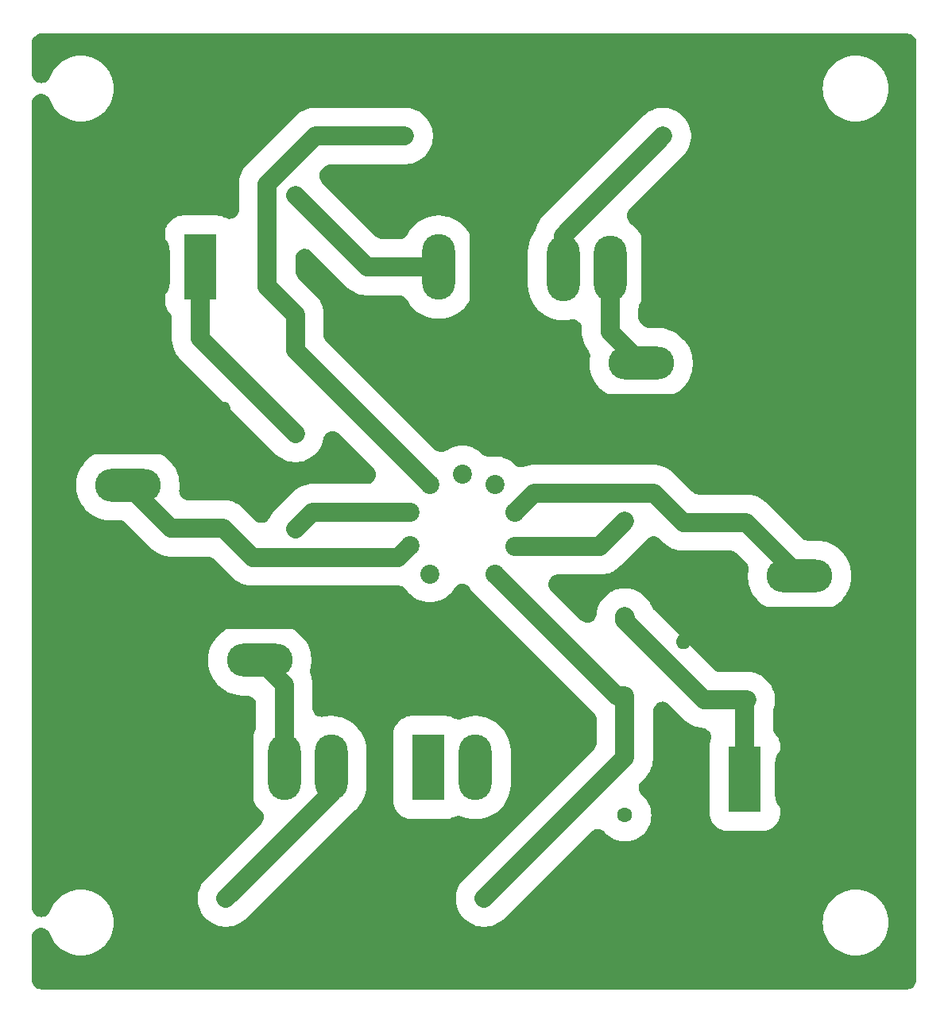
<source format=gbr>
%TF.GenerationSoftware,KiCad,Pcbnew,8.0.3*%
%TF.CreationDate,2024-06-11T18:53:39-07:00*%
%TF.ProjectId,multi-channel-preamp,6d756c74-692d-4636-9861-6e6e656c2d70,rev?*%
%TF.SameCoordinates,Original*%
%TF.FileFunction,Copper,L1,Top*%
%TF.FilePolarity,Positive*%
%FSLAX46Y46*%
G04 Gerber Fmt 4.6, Leading zero omitted, Abs format (unit mm)*
G04 Created by KiCad (PCBNEW 8.0.3) date 2024-06-11 18:53:39*
%MOMM*%
%LPD*%
G01*
G04 APERTURE LIST*
%TA.AperFunction,ComponentPad*%
%ADD10O,3.500000X7.000000*%
%TD*%
%TA.AperFunction,ComponentPad*%
%ADD11R,3.500000X7.000000*%
%TD*%
%TA.AperFunction,ComponentPad*%
%ADD12O,7.000000X3.500000*%
%TD*%
%TA.AperFunction,ComponentPad*%
%ADD13R,7.000000X3.500000*%
%TD*%
%TA.AperFunction,ComponentPad*%
%ADD14O,1.600000X1.600000*%
%TD*%
%TA.AperFunction,ComponentPad*%
%ADD15C,1.600000*%
%TD*%
%TA.AperFunction,ComponentPad*%
%ADD16C,2.030000*%
%TD*%
%TA.AperFunction,Conductor*%
%ADD17C,2.000000*%
%TD*%
%TA.AperFunction,Conductor*%
%ADD18C,0.200000*%
%TD*%
G04 APERTURE END LIST*
D10*
%TO.P,J11,2,Pin_2*%
%TO.N,Net-(J11-Pin_2)*%
X124590000Y-115570000D03*
D11*
%TO.P,J11,1,Pin_1*%
%TO.N,Net-(J11-Pin_1)*%
X119590000Y-115570000D03*
%TD*%
D12*
%TO.P,J10,2,Pin_2*%
%TO.N,Net-(J10-Pin_2)*%
X101600000Y-104140000D03*
D13*
%TO.P,J10,1,Pin_1*%
%TO.N,GND*%
X101600000Y-99140000D03*
%TD*%
D10*
%TO.P,J9,3,Pin_3*%
%TO.N,Net-(J9-Pin_3)*%
X109220000Y-115570000D03*
%TO.P,J9,2,Pin_2*%
%TO.N,Net-(J10-Pin_2)*%
X104220000Y-115570000D03*
D11*
%TO.P,J9,1,Pin_1*%
%TO.N,GND*%
X99220000Y-115570000D03*
%TD*%
D13*
%TO.P,J8,1,Pin_1*%
%TO.N,GND*%
X159116100Y-100120000D03*
D12*
%TO.P,J8,2,Pin_2*%
%TO.N,Net-(J8-Pin_2)*%
X159116100Y-95120000D03*
%TD*%
D11*
%TO.P,J6,1,Pin_1*%
%TO.N,Net-(J6-Pin_1)*%
X153295000Y-116840000D03*
D10*
%TO.P,J6,2,Pin_2*%
%TO.N,GND*%
X158295000Y-116840000D03*
%TD*%
D11*
%TO.P,J5,1,Pin_1*%
%TO.N,GND*%
X125650000Y-62230000D03*
D10*
%TO.P,J5,2,Pin_2*%
%TO.N,Net-(J5-Pin_2)*%
X120650000Y-62230000D03*
%TD*%
D13*
%TO.P,J4,1,Pin_1*%
%TO.N,GND*%
X142240000Y-77470000D03*
D12*
%TO.P,J4,2,Pin_2*%
%TO.N,Net-(J2-Pin_2)*%
X142240000Y-72470000D03*
%TD*%
D13*
%TO.P,J3,1,Pin_1*%
%TO.N,GND*%
X87553500Y-80474000D03*
D12*
%TO.P,J3,2,Pin_2*%
%TO.N,Net-(J3-Pin_2)*%
X87553500Y-85474000D03*
%TD*%
D11*
%TO.P,J2,1,Pin_1*%
%TO.N,GND*%
X143940000Y-62370600D03*
D10*
%TO.P,J2,2,Pin_2*%
%TO.N,Net-(J2-Pin_2)*%
X138940000Y-62370600D03*
%TO.P,J2,3,Pin_3*%
%TO.N,Net-(J2-Pin_3)*%
X133940000Y-62370600D03*
%TD*%
D11*
%TO.P,J1,1,Pin_1*%
%TO.N,Net-(J1-Pin_1)*%
X95250000Y-62230000D03*
D10*
%TO.P,J1,2,Pin_2*%
%TO.N,GND*%
X90250000Y-62230000D03*
%TD*%
D14*
%TO.P,C2,2*%
%TO.N,Net-(J9-Pin_3)*%
X98010000Y-129540000D03*
D15*
%TO.P,C2,1*%
%TO.N,Net-(U1B-A)*%
X125510000Y-129540000D03*
%TD*%
%TO.P,R5,1*%
%TO.N,GND*%
X163644600Y-108356400D03*
D14*
%TO.P,R5,2*%
%TO.N,Net-(J6-Pin_1)*%
X153484600Y-108356400D03*
%TD*%
D15*
%TO.P,R8,1*%
%TO.N,Net-(J5-Pin_2)*%
X140515000Y-120650000D03*
D14*
%TO.P,R8,2*%
%TO.N,Net-(U1B-A)*%
X140515000Y-107950000D03*
%TD*%
D15*
%TO.P,C1,1*%
%TO.N,Net-(U1A-A)*%
X117060000Y-48260000D03*
D14*
%TO.P,C1,2*%
%TO.N,Net-(J2-Pin_3)*%
X144560000Y-48260000D03*
%TD*%
D15*
%TO.P,R1,1*%
%TO.N,Net-(J1-Pin_1)*%
X105410000Y-80010000D03*
D14*
%TO.P,R1,2*%
%TO.N,Net-(U1A-G)*%
X105410000Y-90170000D03*
%TD*%
D15*
%TO.P,R4,1*%
%TO.N,Net-(J5-Pin_2)*%
X105410000Y-54610000D03*
D14*
%TO.P,R4,2*%
%TO.N,Net-(U1A-A)*%
X105410000Y-67310000D03*
%TD*%
D16*
%TO.P,U1,1,A*%
%TO.N,Net-(U1B-A)*%
X126640000Y-94920000D03*
%TO.P,U1,2,G*%
%TO.N,Net-(U1B-G)*%
X128790000Y-91990000D03*
%TO.P,U1,3,K*%
%TO.N,Net-(J8-Pin_2)*%
X128790000Y-88340000D03*
%TO.P,U1,4,F1*%
%TO.N,Net-(J11-Pin_2)*%
X126640000Y-85410000D03*
%TO.P,U1,5,F1*%
X123190000Y-84270000D03*
%TO.P,U1,6,A*%
%TO.N,Net-(U1A-A)*%
X119730000Y-85410000D03*
%TO.P,U1,7,G*%
%TO.N,Net-(U1A-G)*%
X117580000Y-88340000D03*
%TO.P,U1,8,K*%
%TO.N,Net-(J3-Pin_2)*%
X117580000Y-91950000D03*
%TO.P,U1,9,F2*%
%TO.N,Net-(J11-Pin_1)*%
X119730000Y-94920000D03*
%TD*%
D15*
%TO.P,R3,1*%
%TO.N,Net-(J3-Pin_2)*%
X97739200Y-90068400D03*
D14*
%TO.P,R3,2*%
%TO.N,GND*%
X97739200Y-77368400D03*
%TD*%
D15*
%TO.P,R7,1*%
%TO.N,Net-(J8-Pin_2)*%
X146746000Y-89458800D03*
D14*
%TO.P,R7,2*%
%TO.N,GND*%
X146746000Y-102158800D03*
%TD*%
D15*
%TO.P,R2,1*%
%TO.N,GND*%
X87630000Y-72390000D03*
D14*
%TO.P,R2,2*%
%TO.N,Net-(J1-Pin_1)*%
X97790000Y-72390000D03*
%TD*%
D15*
%TO.P,R6,1*%
%TO.N,Net-(J6-Pin_1)*%
X140497600Y-99466400D03*
D14*
%TO.P,R6,2*%
%TO.N,Net-(U1B-G)*%
X140497600Y-89306400D03*
%TD*%
D17*
%TO.N,Net-(J2-Pin_2)*%
X138940000Y-62370600D02*
X138940000Y-69170000D01*
X138940000Y-69170000D02*
X142240000Y-72470000D01*
%TO.N,Net-(J2-Pin_3)*%
X144560000Y-48260000D02*
X133940000Y-58880000D01*
X133940000Y-58880000D02*
X133940000Y-62370600D01*
%TO.N,Net-(U1A-A)*%
X105410000Y-67310000D02*
X102410000Y-64310000D01*
X107517360Y-48260000D02*
X117060000Y-48260000D01*
X102410000Y-64310000D02*
X102410000Y-53367360D01*
X102410000Y-53367360D02*
X107517360Y-48260000D01*
%TO.N,Net-(J10-Pin_2)*%
X104220000Y-115570000D02*
X104220000Y-106760000D01*
X104220000Y-106760000D02*
X101600000Y-104140000D01*
%TO.N,Net-(J9-Pin_3)*%
X98010000Y-129540000D02*
X109220000Y-118330000D01*
X109220000Y-118330000D02*
X109220000Y-115570000D01*
%TO.N,Net-(U1B-A)*%
X140515000Y-107950000D02*
X140515000Y-114535000D01*
X140515000Y-114535000D02*
X125510000Y-129540000D01*
X140515000Y-107950000D02*
X139670000Y-107950000D01*
X139670000Y-107950000D02*
X126640000Y-94920000D01*
%TO.N,Net-(J6-Pin_1)*%
X153484600Y-108356400D02*
X148983802Y-108356400D01*
X148983802Y-108356400D02*
X140497600Y-99870198D01*
X140497600Y-99870198D02*
X140497600Y-99466400D01*
X153295000Y-116840000D02*
X153295000Y-108546000D01*
X153295000Y-108546000D02*
X153484600Y-108356400D01*
%TO.N,Net-(J8-Pin_2)*%
X146746000Y-89458800D02*
X153454900Y-89458800D01*
X153454900Y-89458800D02*
X159116100Y-95120000D01*
X146746000Y-89458800D02*
X143593600Y-86306400D01*
X143593600Y-86306400D02*
X130823600Y-86306400D01*
X130823600Y-86306400D02*
X128790000Y-88340000D01*
%TO.N,Net-(U1B-G)*%
X140497600Y-89306400D02*
X137814000Y-91990000D01*
X137814000Y-91990000D02*
X128790000Y-91990000D01*
%TO.N,Net-(J5-Pin_2)*%
X120650000Y-62230000D02*
X113030000Y-62230000D01*
X113030000Y-62230000D02*
X105410000Y-54610000D01*
%TO.N,Net-(J1-Pin_1)*%
X97790000Y-72390000D02*
X105410000Y-80010000D01*
X95250000Y-62230000D02*
X95250000Y-69850000D01*
X95250000Y-69850000D02*
X97790000Y-72390000D01*
%TO.N,Net-(J3-Pin_2)*%
X97739200Y-90068400D02*
X92147900Y-90068400D01*
X92147900Y-90068400D02*
X87553500Y-85474000D01*
X97739200Y-90068400D02*
X100840800Y-93170000D01*
X100840800Y-93170000D02*
X116360000Y-93170000D01*
X116360000Y-93170000D02*
X117580000Y-91950000D01*
%TO.N,Net-(U1A-G)*%
X105410000Y-90170000D02*
X107240000Y-88340000D01*
X107240000Y-88340000D02*
X117580000Y-88340000D01*
%TO.N,Net-(U1A-A)*%
X105410000Y-67310000D02*
X105410000Y-71090000D01*
X105410000Y-71090000D02*
X119730000Y-85410000D01*
D18*
%TO.N,Net-(J3-Pin_2)*%
X116820000Y-92710000D02*
X117580000Y-91950000D01*
D17*
%TO.N,Net-(J6-Pin_1)*%
X140548400Y-99517200D02*
X140497600Y-99466400D01*
%TD*%
%TA.AperFunction,Conductor*%
%TO.N,GND*%
G36*
X170786597Y-37350950D02*
G01*
X170979461Y-37411461D01*
X171156197Y-37509557D01*
X171309568Y-37641222D01*
X171433296Y-37801065D01*
X171522314Y-37982542D01*
X171572980Y-38178224D01*
X171584500Y-38329500D01*
X171584500Y-138200500D01*
X171564050Y-138401597D01*
X171503539Y-138594461D01*
X171405443Y-138771197D01*
X171273778Y-138924568D01*
X171113935Y-139048296D01*
X170932458Y-139137314D01*
X170736776Y-139187980D01*
X170585500Y-139199500D01*
X78334500Y-139199500D01*
X78133403Y-139179050D01*
X77940539Y-139118539D01*
X77763803Y-139020443D01*
X77610432Y-138888778D01*
X77486704Y-138728935D01*
X77397686Y-138547458D01*
X77347020Y-138351776D01*
X77335500Y-138200500D01*
X77335500Y-133653779D01*
X77355950Y-133452682D01*
X77416461Y-133259818D01*
X77514557Y-133083082D01*
X77646222Y-132929711D01*
X77806065Y-132805983D01*
X77987542Y-132716965D01*
X78183224Y-132666299D01*
X78385099Y-132656061D01*
X78584902Y-132686670D01*
X78774454Y-132756872D01*
X78945994Y-132863794D01*
X79092499Y-133003058D01*
X79207972Y-133168962D01*
X79267146Y-133295769D01*
X79347745Y-133505736D01*
X79405512Y-133619111D01*
X79514313Y-133832644D01*
X79514320Y-133832656D01*
X79714145Y-134140361D01*
X79714149Y-134140366D01*
X79945044Y-134425498D01*
X79945046Y-134425500D01*
X79945051Y-134425506D01*
X80204494Y-134684949D01*
X80204499Y-134684953D01*
X80204501Y-134684955D01*
X80489633Y-134915850D01*
X80489638Y-134915854D01*
X80797343Y-135115679D01*
X80797355Y-135115686D01*
X81124262Y-135282254D01*
X81124264Y-135282255D01*
X81466801Y-135413742D01*
X81821206Y-135508705D01*
X82183596Y-135566102D01*
X82550000Y-135585304D01*
X82916404Y-135566102D01*
X83278794Y-135508705D01*
X83633199Y-135413742D01*
X83975736Y-135282255D01*
X84302652Y-135115682D01*
X84610366Y-134915851D01*
X84895506Y-134684949D01*
X85154949Y-134425506D01*
X85385851Y-134140366D01*
X85585682Y-133832652D01*
X85752255Y-133505736D01*
X85883742Y-133163199D01*
X85978705Y-132808794D01*
X86036102Y-132446404D01*
X86055304Y-132080000D01*
X86036102Y-131713596D01*
X85978705Y-131351206D01*
X85883742Y-130996801D01*
X85752255Y-130654264D01*
X85730125Y-130610831D01*
X85585686Y-130327355D01*
X85585679Y-130327343D01*
X85385854Y-130019638D01*
X85385850Y-130019633D01*
X85154955Y-129734501D01*
X85154953Y-129734499D01*
X85154949Y-129734494D01*
X84895506Y-129475051D01*
X84895500Y-129475046D01*
X84895498Y-129475044D01*
X84767630Y-129371499D01*
X95009500Y-129371499D01*
X95009500Y-129708500D01*
X95009501Y-129708519D01*
X95047233Y-130043395D01*
X95047233Y-130043396D01*
X95122221Y-130371944D01*
X95122226Y-130371962D01*
X95233529Y-130690046D01*
X95379754Y-130993687D01*
X95511282Y-131203011D01*
X95559054Y-131279039D01*
X95769176Y-131542524D01*
X96007476Y-131780824D01*
X96270961Y-131990946D01*
X96556314Y-132170246D01*
X96859949Y-132316469D01*
X97178046Y-132427776D01*
X97506606Y-132502767D01*
X97841495Y-132540500D01*
X97841499Y-132540500D01*
X98178501Y-132540500D01*
X98178505Y-132540500D01*
X98513394Y-132502767D01*
X98841954Y-132427776D01*
X99160051Y-132316469D01*
X99463686Y-132170246D01*
X99749039Y-131990946D01*
X100012524Y-131780824D01*
X111424517Y-120368829D01*
X111497136Y-120303012D01*
X111741719Y-120102289D01*
X112002289Y-119841719D01*
X112236063Y-119556865D01*
X112440791Y-119250468D01*
X112614501Y-118925479D01*
X112755520Y-118585029D01*
X112862490Y-118232396D01*
X112934381Y-117870976D01*
X112970500Y-117504250D01*
X112970500Y-113635750D01*
X112934381Y-113269024D01*
X112862490Y-112907604D01*
X112755520Y-112554971D01*
X112614501Y-112214521D01*
X112614498Y-112214516D01*
X112614495Y-112214508D01*
X112499064Y-111998552D01*
X115839500Y-111998552D01*
X115839500Y-119141448D01*
X115854804Y-119355428D01*
X115854804Y-119355432D01*
X115854805Y-119355433D01*
X115915628Y-119635038D01*
X115915631Y-119635047D01*
X116015629Y-119903154D01*
X116015631Y-119903158D01*
X116015633Y-119903161D01*
X116152774Y-120154315D01*
X116324261Y-120383395D01*
X116526605Y-120585739D01*
X116755685Y-120757226D01*
X117006839Y-120894367D01*
X117006841Y-120894368D01*
X117006845Y-120894370D01*
X117189483Y-120962490D01*
X117274954Y-120994369D01*
X117274956Y-120994369D01*
X117274961Y-120994371D01*
X117388815Y-121019137D01*
X117554572Y-121055196D01*
X117768552Y-121070500D01*
X117768565Y-121070500D01*
X121411435Y-121070500D01*
X121411448Y-121070500D01*
X121625428Y-121055196D01*
X121843080Y-121007848D01*
X121905038Y-120994371D01*
X121905040Y-120994370D01*
X121905046Y-120994369D01*
X122144551Y-120905038D01*
X122173151Y-120894371D01*
X122173152Y-120894370D01*
X122173161Y-120894367D01*
X122290970Y-120830037D01*
X122477255Y-120751615D01*
X122675528Y-120712294D01*
X122877657Y-120713689D01*
X123075368Y-120755744D01*
X123152028Y-120783884D01*
X123239687Y-120820194D01*
X123324958Y-120855515D01*
X123324962Y-120855516D01*
X123324971Y-120855520D01*
X123677604Y-120962490D01*
X123677620Y-120962493D01*
X123677623Y-120962494D01*
X124039018Y-121034380D01*
X124039019Y-121034380D01*
X124039024Y-121034381D01*
X124405750Y-121070500D01*
X124405756Y-121070500D01*
X124774244Y-121070500D01*
X124774250Y-121070500D01*
X125140976Y-121034381D01*
X125502396Y-120962490D01*
X125855029Y-120855520D01*
X126195479Y-120714501D01*
X126195487Y-120714496D01*
X126195491Y-120714495D01*
X126520466Y-120540792D01*
X126520465Y-120540792D01*
X126520468Y-120540791D01*
X126826865Y-120336063D01*
X127111719Y-120102289D01*
X127372289Y-119841719D01*
X127606063Y-119556865D01*
X127810791Y-119250468D01*
X127984501Y-118925479D01*
X128125520Y-118585029D01*
X128232490Y-118232396D01*
X128304381Y-117870976D01*
X128340500Y-117504250D01*
X128340500Y-113635750D01*
X128304381Y-113269024D01*
X128232490Y-112907604D01*
X128125520Y-112554971D01*
X127984501Y-112214521D01*
X127984498Y-112214516D01*
X127984495Y-112214508D01*
X127810792Y-111889533D01*
X127651639Y-111651345D01*
X127606063Y-111583135D01*
X127421249Y-111357939D01*
X127372291Y-111298283D01*
X127111716Y-111037708D01*
X126831019Y-110807346D01*
X126826865Y-110803937D01*
X126520468Y-110599209D01*
X126520467Y-110599208D01*
X126520465Y-110599207D01*
X126520466Y-110599207D01*
X126195491Y-110425504D01*
X126195479Y-110425499D01*
X125855030Y-110284480D01*
X125668424Y-110227874D01*
X125502396Y-110177510D01*
X125502389Y-110177508D01*
X125502376Y-110177505D01*
X125140981Y-110105619D01*
X124974282Y-110089201D01*
X124774250Y-110069500D01*
X124405750Y-110069500D01*
X124222387Y-110087559D01*
X124039018Y-110105619D01*
X123677623Y-110177505D01*
X123677607Y-110177509D01*
X123677604Y-110177510D01*
X123677595Y-110177512D01*
X123677594Y-110177513D01*
X123324970Y-110284480D01*
X123324962Y-110284483D01*
X123152033Y-110356113D01*
X122958418Y-110414176D01*
X122757078Y-110432077D01*
X122556256Y-110409081D01*
X122364174Y-110346132D01*
X122290961Y-110309957D01*
X122173158Y-110245631D01*
X122173154Y-110245629D01*
X121905047Y-110145631D01*
X121905038Y-110145628D01*
X121625433Y-110084805D01*
X121625432Y-110084804D01*
X121625428Y-110084804D01*
X121432886Y-110071033D01*
X121411449Y-110069500D01*
X121411448Y-110069500D01*
X117768552Y-110069500D01*
X117768550Y-110069500D01*
X117725675Y-110072566D01*
X117554572Y-110084804D01*
X117554568Y-110084804D01*
X117554566Y-110084805D01*
X117274961Y-110145628D01*
X117274952Y-110145631D01*
X117006845Y-110245629D01*
X117006841Y-110245631D01*
X116755688Y-110382772D01*
X116755682Y-110382776D01*
X116526608Y-110554258D01*
X116324258Y-110756608D01*
X116152776Y-110985682D01*
X116152772Y-110985688D01*
X116015631Y-111236841D01*
X116015629Y-111236845D01*
X115915631Y-111504952D01*
X115915628Y-111504961D01*
X115862808Y-111747778D01*
X115854804Y-111784572D01*
X115839500Y-111998552D01*
X112499064Y-111998552D01*
X112440792Y-111889533D01*
X112281639Y-111651345D01*
X112236063Y-111583135D01*
X112051249Y-111357939D01*
X112002291Y-111298283D01*
X111741716Y-111037708D01*
X111461019Y-110807346D01*
X111456865Y-110803937D01*
X111150468Y-110599209D01*
X111150467Y-110599208D01*
X111150465Y-110599207D01*
X111150466Y-110599207D01*
X110825491Y-110425504D01*
X110825479Y-110425499D01*
X110485030Y-110284480D01*
X110298424Y-110227874D01*
X110132396Y-110177510D01*
X110132389Y-110177508D01*
X110132376Y-110177505D01*
X109770981Y-110105619D01*
X109604282Y-110089201D01*
X109404250Y-110069500D01*
X109035750Y-110069500D01*
X108669024Y-110105619D01*
X108414394Y-110156268D01*
X108213171Y-110175443D01*
X108012208Y-110153720D01*
X107819731Y-110091988D01*
X107643620Y-109992774D01*
X107491086Y-109860140D01*
X107368374Y-109699517D01*
X107280506Y-109517479D01*
X107231082Y-109321481D01*
X107220500Y-109176463D01*
X107220500Y-106591501D01*
X107220500Y-106591496D01*
X107215090Y-106543484D01*
X107215090Y-106543479D01*
X107182766Y-106256599D01*
X107155043Y-106135138D01*
X107155042Y-106135133D01*
X107107776Y-105928046D01*
X107011462Y-105652796D01*
X106964345Y-105456230D01*
X106957762Y-105254203D01*
X106988266Y-105076612D01*
X106986532Y-105076178D01*
X106992487Y-105052405D01*
X106992490Y-105052396D01*
X107064381Y-104690976D01*
X107100500Y-104324250D01*
X107100500Y-103955750D01*
X107064381Y-103589024D01*
X106992490Y-103227604D01*
X106885520Y-102874971D01*
X106744501Y-102534521D01*
X106744498Y-102534516D01*
X106744495Y-102534508D01*
X106570792Y-102209533D01*
X106502858Y-102107864D01*
X106366063Y-101903135D01*
X106132289Y-101618281D01*
X105871719Y-101357711D01*
X105871716Y-101357708D01*
X105586872Y-101123943D01*
X105586865Y-101123937D01*
X105280468Y-100919209D01*
X105280467Y-100919208D01*
X105280465Y-100919207D01*
X105280466Y-100919207D01*
X104955491Y-100745504D01*
X104955479Y-100745499D01*
X104615030Y-100604480D01*
X104428424Y-100547874D01*
X104262396Y-100497510D01*
X104262389Y-100497508D01*
X104262376Y-100497505D01*
X103900981Y-100425619D01*
X103734282Y-100409201D01*
X103534250Y-100389500D01*
X99665750Y-100389500D01*
X99482387Y-100407559D01*
X99299018Y-100425619D01*
X98937623Y-100497505D01*
X98937607Y-100497509D01*
X98937604Y-100497510D01*
X98937595Y-100497512D01*
X98937594Y-100497513D01*
X98584970Y-100604480D01*
X98584969Y-100604480D01*
X98244520Y-100745499D01*
X98244508Y-100745504D01*
X97919533Y-100919207D01*
X97613136Y-101123936D01*
X97613127Y-101123943D01*
X97328283Y-101357708D01*
X97067708Y-101618283D01*
X96833943Y-101903127D01*
X96833936Y-101903136D01*
X96629207Y-102209533D01*
X96455504Y-102534508D01*
X96455499Y-102534520D01*
X96314480Y-102874969D01*
X96314480Y-102874970D01*
X96207513Y-103227594D01*
X96207505Y-103227623D01*
X96135619Y-103589018D01*
X96117559Y-103772387D01*
X96099500Y-103955750D01*
X96099500Y-104324250D01*
X96120569Y-104538173D01*
X96135619Y-104690981D01*
X96207505Y-105052376D01*
X96207508Y-105052389D01*
X96207510Y-105052396D01*
X96299577Y-105355900D01*
X96314480Y-105405029D01*
X96314480Y-105405030D01*
X96455499Y-105745479D01*
X96455504Y-105745491D01*
X96629207Y-106070466D01*
X96672420Y-106135138D01*
X96833937Y-106376865D01*
X96833943Y-106376872D01*
X97067708Y-106661716D01*
X97067711Y-106661719D01*
X97328281Y-106922289D01*
X97613135Y-107156063D01*
X97919532Y-107360791D01*
X97919534Y-107360792D01*
X97919533Y-107360792D01*
X98244508Y-107534495D01*
X98244516Y-107534498D01*
X98244521Y-107534501D01*
X98584971Y-107675520D01*
X98937604Y-107782490D01*
X98937620Y-107782493D01*
X98937623Y-107782494D01*
X99299018Y-107854380D01*
X99299019Y-107854380D01*
X99299024Y-107854381D01*
X99665750Y-107890500D01*
X100220500Y-107890500D01*
X100421597Y-107910950D01*
X100614461Y-107971461D01*
X100791197Y-108069557D01*
X100944568Y-108201222D01*
X101068296Y-108361065D01*
X101157314Y-108542542D01*
X101207980Y-108738224D01*
X101219500Y-108889500D01*
X101219500Y-111256799D01*
X101199050Y-111457896D01*
X101138539Y-111650760D01*
X101051139Y-111811812D01*
X100999211Y-111889527D01*
X100999207Y-111889533D01*
X100825504Y-112214508D01*
X100825499Y-112214520D01*
X100684480Y-112554969D01*
X100684480Y-112554970D01*
X100577513Y-112907594D01*
X100577505Y-112907623D01*
X100505619Y-113269018D01*
X100503341Y-113292152D01*
X100469500Y-113635750D01*
X100469500Y-117504250D01*
X100490569Y-117718173D01*
X100505619Y-117870981D01*
X100577505Y-118232376D01*
X100577508Y-118232389D01*
X100577510Y-118232396D01*
X100577513Y-118232405D01*
X100684480Y-118585029D01*
X100684480Y-118585030D01*
X100825499Y-118925479D01*
X100825504Y-118925491D01*
X100999207Y-119250466D01*
X101069341Y-119355428D01*
X101203937Y-119556865D01*
X101203943Y-119556872D01*
X101437708Y-119841716D01*
X101698279Y-120102287D01*
X101710846Y-120113677D01*
X101846116Y-120263878D01*
X101948383Y-120438233D01*
X102013459Y-120629606D01*
X102038679Y-120830160D01*
X102023012Y-121031687D01*
X101967099Y-121225934D01*
X101873228Y-121404949D01*
X101746361Y-121560290D01*
X95769172Y-127537480D01*
X95559058Y-127800955D01*
X95559052Y-127800963D01*
X95379754Y-128086312D01*
X95233529Y-128389953D01*
X95122226Y-128708037D01*
X95122221Y-128708055D01*
X95047233Y-129036603D01*
X95047233Y-129036604D01*
X95009501Y-129371480D01*
X95009500Y-129371499D01*
X84767630Y-129371499D01*
X84610366Y-129244149D01*
X84610361Y-129244145D01*
X84302656Y-129044320D01*
X84302644Y-129044313D01*
X83975737Y-128877745D01*
X83633205Y-128746260D01*
X83633202Y-128746259D01*
X83633199Y-128746258D01*
X83278794Y-128651295D01*
X82916404Y-128593898D01*
X82916398Y-128593897D01*
X82550000Y-128574696D01*
X82183601Y-128593897D01*
X82080716Y-128610192D01*
X81821206Y-128651295D01*
X81609376Y-128708055D01*
X81466794Y-128746260D01*
X81124262Y-128877745D01*
X80797355Y-129044313D01*
X80797343Y-129044320D01*
X80489638Y-129244145D01*
X80489633Y-129244149D01*
X80204501Y-129475044D01*
X79945044Y-129734501D01*
X79714149Y-130019633D01*
X79714145Y-130019638D01*
X79514320Y-130327343D01*
X79514313Y-130327355D01*
X79347745Y-130654263D01*
X79347741Y-130654270D01*
X79267146Y-130864230D01*
X79175988Y-131044642D01*
X79050379Y-131203011D01*
X78895462Y-131332853D01*
X78717579Y-131428853D01*
X78524013Y-131487080D01*
X78322688Y-131505150D01*
X78121847Y-131482324D01*
X77929711Y-131419537D01*
X77754148Y-131319358D01*
X77602344Y-131185889D01*
X77480515Y-131024594D01*
X77393649Y-130842077D01*
X77345300Y-130645810D01*
X77335500Y-130506220D01*
X77335500Y-85289750D01*
X82053000Y-85289750D01*
X82053000Y-85658250D01*
X82058073Y-85709754D01*
X82089119Y-86024981D01*
X82161005Y-86386376D01*
X82161008Y-86386389D01*
X82161010Y-86386396D01*
X82217015Y-86571021D01*
X82267980Y-86739029D01*
X82267980Y-86739030D01*
X82408999Y-87079479D01*
X82409004Y-87079491D01*
X82582707Y-87404466D01*
X82677037Y-87545640D01*
X82787437Y-87710865D01*
X82787443Y-87710872D01*
X83021208Y-87995716D01*
X83281783Y-88256291D01*
X83383783Y-88340000D01*
X83566635Y-88490063D01*
X83873032Y-88694791D01*
X83873034Y-88694792D01*
X83873033Y-88694792D01*
X84198008Y-88868495D01*
X84198016Y-88868498D01*
X84198021Y-88868501D01*
X84538471Y-89009520D01*
X84891104Y-89116490D01*
X84891120Y-89116493D01*
X84891123Y-89116494D01*
X85252518Y-89188380D01*
X85252519Y-89188380D01*
X85252524Y-89188381D01*
X85619250Y-89224500D01*
X86646852Y-89224500D01*
X86847949Y-89244950D01*
X87040813Y-89305461D01*
X87217549Y-89403557D01*
X87353252Y-89517100D01*
X89887519Y-92051366D01*
X89887528Y-92051376D01*
X89907075Y-92070923D01*
X90145377Y-92309225D01*
X90408861Y-92519346D01*
X90694214Y-92698646D01*
X90997849Y-92844869D01*
X91315946Y-92956176D01*
X91514508Y-93001496D01*
X91644506Y-93031167D01*
X91979395Y-93068900D01*
X91979396Y-93068900D01*
X96082552Y-93068900D01*
X96283649Y-93089350D01*
X96476513Y-93149861D01*
X96653249Y-93247957D01*
X96788951Y-93361500D01*
X98580418Y-95152966D01*
X98580427Y-95152976D01*
X98580428Y-95152976D01*
X98599975Y-95172523D01*
X98838277Y-95410825D01*
X99101761Y-95620946D01*
X99101763Y-95620947D01*
X99328916Y-95763678D01*
X99387114Y-95800246D01*
X99690749Y-95946469D01*
X100008846Y-96057776D01*
X100337406Y-96132767D01*
X100672295Y-96170500D01*
X100672296Y-96170500D01*
X100672299Y-96170500D01*
X116403727Y-96170500D01*
X116604824Y-96190950D01*
X116797688Y-96251461D01*
X116974424Y-96349557D01*
X117127795Y-96481222D01*
X117218468Y-96591402D01*
X117368673Y-96803096D01*
X117368676Y-96803100D01*
X117368678Y-96803102D01*
X117558447Y-97015454D01*
X117594360Y-97055640D01*
X117594369Y-97055648D01*
X117594373Y-97055652D01*
X117846898Y-97281322D01*
X117846899Y-97281323D01*
X117846901Y-97281324D01*
X117846904Y-97281327D01*
X118123130Y-97477320D01*
X118419562Y-97641152D01*
X118732472Y-97770764D01*
X118732474Y-97770765D01*
X119057931Y-97864527D01*
X119391839Y-97921260D01*
X119532739Y-97929172D01*
X119729993Y-97940251D01*
X119730000Y-97940251D01*
X119730007Y-97940251D01*
X119912086Y-97930025D01*
X120068161Y-97921260D01*
X120402069Y-97864527D01*
X120727526Y-97770765D01*
X121040438Y-97641152D01*
X121336870Y-97477320D01*
X121613096Y-97281327D01*
X121865640Y-97055640D01*
X122091327Y-96803096D01*
X122287320Y-96526870D01*
X122310651Y-96484655D01*
X122425822Y-96318543D01*
X122572075Y-96179014D01*
X122743421Y-96071782D01*
X122932845Y-96001236D01*
X123132592Y-95970265D01*
X123334486Y-95980136D01*
X123530259Y-96030447D01*
X123711897Y-96119137D01*
X123871964Y-96242574D01*
X124003906Y-96395706D01*
X124059347Y-96484653D01*
X124082680Y-96526870D01*
X124223601Y-96725479D01*
X124278676Y-96803100D01*
X124278677Y-96803101D01*
X124468447Y-97015454D01*
X124504360Y-97055640D01*
X124504369Y-97055648D01*
X124504373Y-97055652D01*
X124746105Y-97271677D01*
X124786825Y-97310173D01*
X131065676Y-103589024D01*
X137221900Y-109745247D01*
X137349637Y-109901905D01*
X137443224Y-110081068D01*
X137498831Y-110275404D01*
X137514500Y-110451647D01*
X137514500Y-112878352D01*
X137494050Y-113079449D01*
X137433539Y-113272313D01*
X137335443Y-113449049D01*
X137221900Y-113584752D01*
X123269172Y-127537480D01*
X123059058Y-127800955D01*
X123059052Y-127800963D01*
X122879754Y-128086312D01*
X122733529Y-128389953D01*
X122622226Y-128708037D01*
X122622221Y-128708055D01*
X122547233Y-129036603D01*
X122547233Y-129036604D01*
X122509501Y-129371480D01*
X122509500Y-129371499D01*
X122509500Y-129708500D01*
X122509501Y-129708519D01*
X122547233Y-130043395D01*
X122547233Y-130043396D01*
X122622221Y-130371944D01*
X122622226Y-130371962D01*
X122733529Y-130690046D01*
X122879754Y-130993687D01*
X123011282Y-131203011D01*
X123059054Y-131279039D01*
X123269176Y-131542524D01*
X123507476Y-131780824D01*
X123770961Y-131990946D01*
X124056314Y-132170246D01*
X124359949Y-132316469D01*
X124678046Y-132427776D01*
X125006606Y-132502767D01*
X125341495Y-132540500D01*
X125341499Y-132540500D01*
X125678501Y-132540500D01*
X125678505Y-132540500D01*
X126013394Y-132502767D01*
X126341954Y-132427776D01*
X126660051Y-132316469D01*
X126963686Y-132170246D01*
X127107311Y-132080000D01*
X161594696Y-132080000D01*
X161613897Y-132446398D01*
X161613898Y-132446404D01*
X161671295Y-132808794D01*
X161744791Y-133083082D01*
X161766260Y-133163205D01*
X161897745Y-133505737D01*
X162064313Y-133832644D01*
X162064320Y-133832656D01*
X162264145Y-134140361D01*
X162264149Y-134140366D01*
X162495044Y-134425498D01*
X162495046Y-134425500D01*
X162495051Y-134425506D01*
X162754494Y-134684949D01*
X162754499Y-134684953D01*
X162754501Y-134684955D01*
X163039633Y-134915850D01*
X163039638Y-134915854D01*
X163347343Y-135115679D01*
X163347355Y-135115686D01*
X163674262Y-135282254D01*
X163674264Y-135282255D01*
X164016801Y-135413742D01*
X164371206Y-135508705D01*
X164733596Y-135566102D01*
X165100000Y-135585304D01*
X165466404Y-135566102D01*
X165828794Y-135508705D01*
X166183199Y-135413742D01*
X166525736Y-135282255D01*
X166852652Y-135115682D01*
X167160366Y-134915851D01*
X167445506Y-134684949D01*
X167704949Y-134425506D01*
X167935851Y-134140366D01*
X168135682Y-133832652D01*
X168302255Y-133505736D01*
X168433742Y-133163199D01*
X168528705Y-132808794D01*
X168586102Y-132446404D01*
X168605304Y-132080000D01*
X168586102Y-131713596D01*
X168528705Y-131351206D01*
X168433742Y-130996801D01*
X168302255Y-130654264D01*
X168280125Y-130610831D01*
X168135686Y-130327355D01*
X168135679Y-130327343D01*
X167935854Y-130019638D01*
X167935850Y-130019633D01*
X167704955Y-129734501D01*
X167704953Y-129734499D01*
X167704949Y-129734494D01*
X167445506Y-129475051D01*
X167445500Y-129475046D01*
X167445498Y-129475044D01*
X167160366Y-129244149D01*
X167160361Y-129244145D01*
X166852656Y-129044320D01*
X166852644Y-129044313D01*
X166525737Y-128877745D01*
X166183205Y-128746260D01*
X166183202Y-128746259D01*
X166183199Y-128746258D01*
X165828794Y-128651295D01*
X165466404Y-128593898D01*
X165466398Y-128593897D01*
X165100000Y-128574696D01*
X164733601Y-128593897D01*
X164630716Y-128610192D01*
X164371206Y-128651295D01*
X164159376Y-128708055D01*
X164016794Y-128746260D01*
X163674262Y-128877745D01*
X163347355Y-129044313D01*
X163347343Y-129044320D01*
X163039638Y-129244145D01*
X163039633Y-129244149D01*
X162754501Y-129475044D01*
X162495044Y-129734501D01*
X162264149Y-130019633D01*
X162264145Y-130019638D01*
X162064320Y-130327343D01*
X162064313Y-130327355D01*
X161897745Y-130654262D01*
X161766260Y-130996794D01*
X161766258Y-130996799D01*
X161766258Y-130996801D01*
X161671295Y-131351206D01*
X161658997Y-131428853D01*
X161613897Y-131713601D01*
X161594696Y-132080000D01*
X127107311Y-132080000D01*
X127249039Y-131990946D01*
X127512524Y-131780824D01*
X136898967Y-122394379D01*
X137055620Y-122266647D01*
X137234783Y-122173060D01*
X137429119Y-122117453D01*
X137630669Y-122102105D01*
X137831184Y-122127642D01*
X138022453Y-122193020D01*
X138196647Y-122295562D01*
X138346634Y-122431070D01*
X138363825Y-122450812D01*
X138589917Y-122690457D01*
X138589923Y-122690463D01*
X138741964Y-122818040D01*
X138839823Y-122900153D01*
X139112377Y-123079414D01*
X139403899Y-123225822D01*
X139710446Y-123337396D01*
X140027874Y-123412628D01*
X140314016Y-123446073D01*
X140351888Y-123450500D01*
X140351889Y-123450500D01*
X140678112Y-123450500D01*
X140712020Y-123446536D01*
X141002126Y-123412628D01*
X141319554Y-123337396D01*
X141626101Y-123225822D01*
X141917623Y-123079414D01*
X142190177Y-122900153D01*
X142440077Y-122690462D01*
X142663943Y-122453177D01*
X142858749Y-122191508D01*
X143021859Y-121908992D01*
X143151069Y-121609451D01*
X143244630Y-121296934D01*
X143301278Y-120975669D01*
X143320246Y-120650000D01*
X143301278Y-120324331D01*
X143244630Y-120003066D01*
X143151069Y-119690549D01*
X143021859Y-119391008D01*
X142858749Y-119108492D01*
X142663943Y-118846823D01*
X142663929Y-118846808D01*
X142440082Y-118609542D01*
X142440074Y-118609534D01*
X142320272Y-118509009D01*
X142179367Y-118364081D01*
X142070520Y-118193756D01*
X141998188Y-118005007D01*
X141965331Y-117805561D01*
X141973295Y-117603583D01*
X142021754Y-117407343D01*
X142108723Y-117224875D01*
X142230643Y-117063649D01*
X142255999Y-117037348D01*
X142755825Y-116537523D01*
X142965946Y-116274039D01*
X143145247Y-115988685D01*
X143291469Y-115685051D01*
X143376438Y-115442224D01*
X143402776Y-115366954D01*
X143477767Y-115038394D01*
X143515500Y-114703504D01*
X143515500Y-109543245D01*
X143535950Y-109342148D01*
X143596461Y-109149284D01*
X143694557Y-108972548D01*
X143826222Y-108819177D01*
X143986065Y-108695449D01*
X144167542Y-108606431D01*
X144363224Y-108555765D01*
X144565099Y-108545527D01*
X144764902Y-108576136D01*
X144954454Y-108646338D01*
X145125994Y-108753260D01*
X145220891Y-108836837D01*
X146981278Y-110597224D01*
X147244763Y-110807346D01*
X147244765Y-110807347D01*
X147528586Y-110985685D01*
X147530116Y-110986646D01*
X147833751Y-111132869D01*
X148065356Y-111213911D01*
X148130885Y-111236841D01*
X148151848Y-111244176D01*
X148480408Y-111319167D01*
X148673727Y-111340948D01*
X148824513Y-111357939D01*
X149022056Y-111400776D01*
X149206933Y-111482501D01*
X149371573Y-111599769D01*
X149509238Y-111747778D01*
X149614291Y-111920469D01*
X149682430Y-112110772D01*
X149710867Y-112310896D01*
X149698438Y-112512648D01*
X149648675Y-112699763D01*
X149620631Y-112774954D01*
X149620628Y-112774961D01*
X149559805Y-113054566D01*
X149559804Y-113054572D01*
X149544500Y-113268552D01*
X149544500Y-120411448D01*
X149559804Y-120625428D01*
X149559804Y-120625432D01*
X149559805Y-120625433D01*
X149620628Y-120905038D01*
X149620631Y-120905047D01*
X149720629Y-121173154D01*
X149720631Y-121173158D01*
X149811516Y-121339600D01*
X149857774Y-121424315D01*
X150029261Y-121653395D01*
X150231605Y-121855739D01*
X150460685Y-122027226D01*
X150711839Y-122164367D01*
X150711841Y-122164368D01*
X150711845Y-122164370D01*
X150912925Y-122239368D01*
X150979954Y-122264369D01*
X150979956Y-122264369D01*
X150979961Y-122264371D01*
X151093815Y-122289137D01*
X151259572Y-122325196D01*
X151473552Y-122340500D01*
X151473565Y-122340500D01*
X155116435Y-122340500D01*
X155116448Y-122340500D01*
X155330428Y-122325196D01*
X155548080Y-122277848D01*
X155610038Y-122264371D01*
X155610040Y-122264370D01*
X155610046Y-122264369D01*
X155805391Y-122191509D01*
X155878154Y-122164370D01*
X155878158Y-122164368D01*
X155878157Y-122164368D01*
X155878161Y-122164367D01*
X156129315Y-122027226D01*
X156358395Y-121855739D01*
X156560739Y-121653395D01*
X156732226Y-121424315D01*
X156869367Y-121173161D01*
X156969369Y-120905046D01*
X156971692Y-120894370D01*
X157001525Y-120757226D01*
X157030196Y-120625428D01*
X157045500Y-120411448D01*
X157045500Y-113268552D01*
X157030196Y-113054572D01*
X156969369Y-112774954D01*
X156941324Y-112699763D01*
X156869370Y-112506845D01*
X156869368Y-112506841D01*
X156869367Y-112506839D01*
X156732226Y-112255685D01*
X156560739Y-112026605D01*
X156560733Y-112026599D01*
X156539505Y-112002100D01*
X156423269Y-111836729D01*
X156342702Y-111651345D01*
X156301101Y-111453538D01*
X156295500Y-111347895D01*
X156295500Y-109577790D01*
X156315950Y-109376693D01*
X156351561Y-109247839D01*
X156372376Y-109188354D01*
X156447367Y-108859794D01*
X156485100Y-108524904D01*
X156485100Y-108187896D01*
X156447367Y-107853006D01*
X156372376Y-107524446D01*
X156261069Y-107206349D01*
X156114846Y-106902714D01*
X155935546Y-106617361D01*
X155725425Y-106353877D01*
X155487123Y-106115575D01*
X155223639Y-105905454D01*
X154969061Y-105745491D01*
X154938287Y-105726154D01*
X154696984Y-105609949D01*
X154634651Y-105579931D01*
X154634647Y-105579929D01*
X154634646Y-105579929D01*
X154316561Y-105468626D01*
X154316557Y-105468625D01*
X154316554Y-105468624D01*
X153987994Y-105393633D01*
X153987985Y-105393632D01*
X153987987Y-105393632D01*
X153815322Y-105374177D01*
X153815322Y-105374176D01*
X153653122Y-105355901D01*
X153653107Y-105355900D01*
X153653105Y-105355900D01*
X153653104Y-105355900D01*
X153653101Y-105355900D01*
X150640450Y-105355900D01*
X150439353Y-105335450D01*
X150246489Y-105274939D01*
X150069753Y-105176843D01*
X149934050Y-105063300D01*
X143525679Y-98654929D01*
X143397942Y-98498271D01*
X143332012Y-98381980D01*
X143178649Y-98063519D01*
X143178645Y-98063513D01*
X143146724Y-98012712D01*
X142999346Y-97778161D01*
X142789224Y-97514676D01*
X142500124Y-97225576D01*
X142236639Y-97015454D01*
X142236636Y-97015452D01*
X141951287Y-96836154D01*
X141721467Y-96725479D01*
X141647651Y-96689931D01*
X141647647Y-96689929D01*
X141647646Y-96689929D01*
X141329562Y-96578626D01*
X141329544Y-96578621D01*
X141000995Y-96503633D01*
X140666119Y-96465901D01*
X140666108Y-96465900D01*
X140666105Y-96465900D01*
X140329095Y-96465900D01*
X140329091Y-96465900D01*
X140329080Y-96465901D01*
X139994212Y-96503632D01*
X139994209Y-96503632D01*
X139994206Y-96503633D01*
X139822691Y-96542779D01*
X139622091Y-96567590D01*
X139448761Y-96553758D01*
X139378228Y-96631263D01*
X139214870Y-96750311D01*
X139144656Y-96787638D01*
X139043917Y-96836152D01*
X139043913Y-96836154D01*
X138758563Y-97015452D01*
X138758555Y-97015458D01*
X138495076Y-97225575D01*
X138256775Y-97463876D01*
X138046658Y-97727355D01*
X138046652Y-97727363D01*
X137867354Y-98012712D01*
X137721129Y-98316353D01*
X137609826Y-98634437D01*
X137609826Y-98634438D01*
X137609824Y-98634444D01*
X137609824Y-98634446D01*
X137534833Y-98963006D01*
X137534832Y-98963011D01*
X137534832Y-98963013D01*
X137502953Y-99245942D01*
X137460116Y-99443485D01*
X137378390Y-99628361D01*
X137261123Y-99793002D01*
X137113113Y-99930666D01*
X136940422Y-100035719D01*
X136750119Y-100103858D01*
X136549995Y-100132295D01*
X136348243Y-100119866D01*
X136153123Y-100067078D01*
X135972624Y-99976094D01*
X135814134Y-99850637D01*
X135803835Y-99840487D01*
X132659248Y-96695900D01*
X132531511Y-96539242D01*
X132437924Y-96360079D01*
X132382317Y-96165743D01*
X132366969Y-95964193D01*
X132392506Y-95763678D01*
X132457884Y-95572409D01*
X132560426Y-95398215D01*
X132695934Y-95248228D01*
X132858860Y-95128590D01*
X133042533Y-95044197D01*
X133239436Y-94998505D01*
X133365648Y-94990500D01*
X137982501Y-94990500D01*
X137982505Y-94990500D01*
X138317394Y-94952767D01*
X138488906Y-94913620D01*
X138689502Y-94888810D01*
X138862838Y-94902640D01*
X138933376Y-94825133D01*
X139096734Y-94706085D01*
X139166952Y-94668757D01*
X139174340Y-94665198D01*
X139267686Y-94620246D01*
X139553039Y-94440946D01*
X139763569Y-94273054D01*
X139816523Y-94230825D01*
X140054825Y-93992523D01*
X142738425Y-91308923D01*
X142757660Y-91284802D01*
X142899023Y-91140331D01*
X143066579Y-91027270D01*
X143253466Y-90950251D01*
X143452030Y-90912429D01*
X143654143Y-90915352D01*
X143851531Y-90958900D01*
X144036111Y-91041291D01*
X144200329Y-91159150D01*
X144245094Y-91201241D01*
X144485628Y-91441775D01*
X144485646Y-91441794D01*
X144505175Y-91461323D01*
X144743477Y-91699625D01*
X145006961Y-91909746D01*
X145006963Y-91909747D01*
X145263471Y-92070923D01*
X145292314Y-92089046D01*
X145595949Y-92235269D01*
X145745677Y-92287661D01*
X145914039Y-92346574D01*
X145914042Y-92346574D01*
X145914046Y-92346576D01*
X146197128Y-92411187D01*
X146242606Y-92421567D01*
X146577495Y-92459300D01*
X146577496Y-92459300D01*
X151798253Y-92459300D01*
X151999350Y-92479750D01*
X152192214Y-92540261D01*
X152368950Y-92638357D01*
X152504652Y-92751900D01*
X153385309Y-93632556D01*
X153513047Y-93789213D01*
X153606634Y-93968377D01*
X153662241Y-94162712D01*
X153677589Y-94364263D01*
X153658717Y-94533839D01*
X153651719Y-94569019D01*
X153646674Y-94620245D01*
X153615600Y-94935750D01*
X153615600Y-95304250D01*
X153624855Y-95398215D01*
X153651719Y-95670981D01*
X153723605Y-96032376D01*
X153723608Y-96032389D01*
X153723610Y-96032396D01*
X153768086Y-96179014D01*
X153830580Y-96385029D01*
X153830580Y-96385030D01*
X153971599Y-96725479D01*
X153971604Y-96725491D01*
X154145307Y-97050466D01*
X154262310Y-97225572D01*
X154350037Y-97356865D01*
X154350043Y-97356872D01*
X154583808Y-97641716D01*
X154844383Y-97902291D01*
X154973173Y-98007986D01*
X155129235Y-98136063D01*
X155435632Y-98340791D01*
X155435634Y-98340792D01*
X155435633Y-98340792D01*
X155760608Y-98514495D01*
X155760616Y-98514498D01*
X155760621Y-98514501D01*
X156101071Y-98655520D01*
X156453704Y-98762490D01*
X156453720Y-98762493D01*
X156453723Y-98762494D01*
X156815118Y-98834380D01*
X156815119Y-98834380D01*
X156815124Y-98834381D01*
X157181850Y-98870500D01*
X157181856Y-98870500D01*
X161050344Y-98870500D01*
X161050350Y-98870500D01*
X161417076Y-98834381D01*
X161778496Y-98762490D01*
X162131129Y-98655520D01*
X162471579Y-98514501D01*
X162471587Y-98514496D01*
X162471591Y-98514495D01*
X162796566Y-98340792D01*
X162796565Y-98340792D01*
X162796568Y-98340791D01*
X163102965Y-98136063D01*
X163387819Y-97902289D01*
X163648389Y-97641719D01*
X163882163Y-97356865D01*
X164086891Y-97050468D01*
X164219111Y-96803102D01*
X164260595Y-96725491D01*
X164260596Y-96725487D01*
X164260601Y-96725479D01*
X164401620Y-96385029D01*
X164508590Y-96032396D01*
X164580481Y-95670976D01*
X164616600Y-95304250D01*
X164616600Y-94935750D01*
X164580481Y-94569024D01*
X164555005Y-94440946D01*
X164508594Y-94207623D01*
X164508593Y-94207620D01*
X164508590Y-94207604D01*
X164401620Y-93854971D01*
X164260601Y-93514521D01*
X164260598Y-93514516D01*
X164260595Y-93514508D01*
X164086892Y-93189533D01*
X163930967Y-92956176D01*
X163882163Y-92883135D01*
X163648389Y-92598281D01*
X163387819Y-92337711D01*
X163387816Y-92337708D01*
X163102972Y-92103943D01*
X163102965Y-92103937D01*
X162796568Y-91899209D01*
X162796567Y-91899208D01*
X162796565Y-91899207D01*
X162796566Y-91899207D01*
X162471591Y-91725504D01*
X162471579Y-91725499D01*
X162131130Y-91584480D01*
X161944524Y-91527874D01*
X161778496Y-91477510D01*
X161778489Y-91477508D01*
X161778476Y-91477505D01*
X161417081Y-91405619D01*
X161250382Y-91389201D01*
X161050350Y-91369500D01*
X161050344Y-91369500D01*
X160022747Y-91369500D01*
X159821650Y-91349050D01*
X159628786Y-91288539D01*
X159452050Y-91190443D01*
X159316347Y-91076900D01*
X157544908Y-89305461D01*
X155457424Y-87217976D01*
X155193939Y-87007854D01*
X155160653Y-86986939D01*
X154908587Y-86828554D01*
X154744186Y-86749383D01*
X154604951Y-86682331D01*
X154604947Y-86682329D01*
X154604946Y-86682329D01*
X154286862Y-86571026D01*
X154286844Y-86571021D01*
X153958295Y-86496033D01*
X153623419Y-86458301D01*
X153623408Y-86458300D01*
X153623405Y-86458300D01*
X153623404Y-86458300D01*
X153623401Y-86458300D01*
X148402647Y-86458300D01*
X148201550Y-86437850D01*
X148008686Y-86377339D01*
X147831950Y-86279243D01*
X147696247Y-86165700D01*
X146816350Y-85285803D01*
X145596124Y-84065576D01*
X145332639Y-83855454D01*
X145332636Y-83855452D01*
X145047287Y-83676154D01*
X144882886Y-83596983D01*
X144743651Y-83529931D01*
X144743647Y-83529929D01*
X144743646Y-83529929D01*
X144425562Y-83418626D01*
X144425544Y-83418621D01*
X144096995Y-83343633D01*
X143762119Y-83305901D01*
X143762108Y-83305900D01*
X143762105Y-83305900D01*
X143762104Y-83305900D01*
X130992105Y-83305900D01*
X130655095Y-83305900D01*
X130655087Y-83305900D01*
X130628035Y-83308949D01*
X130628024Y-83308950D01*
X130320206Y-83343632D01*
X130320203Y-83343633D01*
X129991655Y-83418621D01*
X129991647Y-83418623D01*
X129840604Y-83471476D01*
X129840600Y-83471477D01*
X129790027Y-83489173D01*
X129593461Y-83536288D01*
X129391434Y-83542870D01*
X129192217Y-83508650D01*
X129003967Y-83435029D01*
X128834390Y-83325019D01*
X128794402Y-83291127D01*
X128523102Y-83048677D01*
X128523100Y-83048676D01*
X128246869Y-82852679D01*
X128246867Y-82852678D01*
X127950440Y-82688849D01*
X127950436Y-82688847D01*
X127637527Y-82559235D01*
X127637528Y-82559235D01*
X127312072Y-82465474D01*
X127312069Y-82465473D01*
X127312067Y-82465472D01*
X127312061Y-82465471D01*
X126978155Y-82408739D01*
X126640007Y-82389749D01*
X126639993Y-82389749D01*
X126301849Y-82408738D01*
X126210741Y-82424218D01*
X126009059Y-82437740D01*
X125808784Y-82410388D01*
X125618114Y-82343280D01*
X125444857Y-82239165D01*
X125337010Y-82145731D01*
X125325648Y-82134369D01*
X125325640Y-82134360D01*
X125325630Y-82134351D01*
X125325626Y-82134347D01*
X125073101Y-81908677D01*
X125073100Y-81908676D01*
X124796869Y-81712679D01*
X124796867Y-81712678D01*
X124500440Y-81548849D01*
X124500436Y-81548847D01*
X124187527Y-81419235D01*
X124187528Y-81419235D01*
X123862072Y-81325474D01*
X123862069Y-81325473D01*
X123862067Y-81325472D01*
X123862061Y-81325471D01*
X123528155Y-81268739D01*
X123190007Y-81249749D01*
X123189993Y-81249749D01*
X122851844Y-81268739D01*
X122517938Y-81325471D01*
X122517927Y-81325474D01*
X122192472Y-81419235D01*
X121879563Y-81548847D01*
X121879559Y-81548849D01*
X121583134Y-81712677D01*
X121506527Y-81767033D01*
X121330687Y-81866724D01*
X121138378Y-81928978D01*
X120937474Y-81951246D01*
X120736200Y-81932617D01*
X120542796Y-81873853D01*
X120365180Y-81777360D01*
X120222035Y-81658687D01*
X108703100Y-70139752D01*
X108575363Y-69983094D01*
X108481776Y-69803931D01*
X108426169Y-69609595D01*
X108410500Y-69433352D01*
X108410500Y-67141503D01*
X108410500Y-67141496D01*
X108409967Y-67136776D01*
X108409966Y-67136663D01*
X108409956Y-67136665D01*
X108373636Y-66814317D01*
X108372767Y-66806606D01*
X108297776Y-66478047D01*
X108266939Y-66389921D01*
X108186469Y-66159949D01*
X108186465Y-66159940D01*
X108133059Y-66049040D01*
X108133059Y-66049039D01*
X108040249Y-65856318D01*
X108040243Y-65856308D01*
X107860946Y-65570960D01*
X107772501Y-65460055D01*
X107772498Y-65460051D01*
X107650825Y-65307477D01*
X107412523Y-65069175D01*
X107392976Y-65049628D01*
X107392976Y-65049627D01*
X107392957Y-65049610D01*
X105703100Y-63359752D01*
X105575363Y-63203095D01*
X105481776Y-63023931D01*
X105426169Y-62829596D01*
X105410500Y-62653353D01*
X105410500Y-61265648D01*
X105430950Y-61064551D01*
X105491461Y-60871687D01*
X105589557Y-60694951D01*
X105721222Y-60541580D01*
X105881065Y-60417852D01*
X106062542Y-60328834D01*
X106258224Y-60278168D01*
X106460099Y-60267930D01*
X106659902Y-60298539D01*
X106849454Y-60368741D01*
X107020994Y-60475663D01*
X107115900Y-60559248D01*
X110789175Y-64232523D01*
X110789174Y-64232523D01*
X111027474Y-64470822D01*
X111027479Y-64470827D01*
X111037107Y-64478505D01*
X111075974Y-64509500D01*
X111290960Y-64680946D01*
X111576314Y-64860246D01*
X111879949Y-65006469D01*
X112198046Y-65117776D01*
X112526605Y-65192767D01*
X112861495Y-65230500D01*
X112861496Y-65230500D01*
X116466981Y-65230500D01*
X116668078Y-65250950D01*
X116860942Y-65311461D01*
X117037678Y-65409557D01*
X117191049Y-65541222D01*
X117314777Y-65701065D01*
X117348020Y-65758574D01*
X117429209Y-65910468D01*
X117633937Y-66216865D01*
X117633943Y-66216872D01*
X117867708Y-66501716D01*
X118128283Y-66762291D01*
X118191664Y-66814306D01*
X118413135Y-66996063D01*
X118719532Y-67200791D01*
X118719534Y-67200792D01*
X118719533Y-67200792D01*
X119044508Y-67374495D01*
X119044516Y-67374498D01*
X119044521Y-67374501D01*
X119384971Y-67515520D01*
X119737604Y-67622490D01*
X119737620Y-67622493D01*
X119737623Y-67622494D01*
X120099018Y-67694380D01*
X120099019Y-67694380D01*
X120099024Y-67694381D01*
X120465750Y-67730500D01*
X120465756Y-67730500D01*
X120834244Y-67730500D01*
X120834250Y-67730500D01*
X121200976Y-67694381D01*
X121562396Y-67622490D01*
X121915029Y-67515520D01*
X122255479Y-67374501D01*
X122255487Y-67374496D01*
X122255491Y-67374495D01*
X122580466Y-67200792D01*
X122580465Y-67200792D01*
X122580468Y-67200791D01*
X122886865Y-66996063D01*
X123171719Y-66762289D01*
X123432289Y-66501719D01*
X123666063Y-66216865D01*
X123870791Y-65910468D01*
X123951980Y-65758574D01*
X124044495Y-65585491D01*
X124044496Y-65585487D01*
X124044501Y-65585479D01*
X124185520Y-65245029D01*
X124292490Y-64892396D01*
X124308205Y-64813394D01*
X124364380Y-64530981D01*
X124364379Y-64530981D01*
X124364381Y-64530976D01*
X124400500Y-64164250D01*
X124400500Y-60436350D01*
X130189500Y-60436350D01*
X130189500Y-64304850D01*
X130205847Y-64470822D01*
X130225619Y-64671581D01*
X130297505Y-65032976D01*
X130297508Y-65032989D01*
X130297510Y-65032996D01*
X130361830Y-65245030D01*
X130404480Y-65385629D01*
X130404480Y-65385630D01*
X130545499Y-65726079D01*
X130545504Y-65726091D01*
X130719207Y-66051066D01*
X130813873Y-66192743D01*
X130923937Y-66357465D01*
X130923943Y-66357472D01*
X131157708Y-66642316D01*
X131157711Y-66642319D01*
X131418281Y-66902889D01*
X131703135Y-67136663D01*
X132009532Y-67341391D01*
X132009534Y-67341392D01*
X132009533Y-67341392D01*
X132334508Y-67515095D01*
X132334516Y-67515098D01*
X132334521Y-67515101D01*
X132674971Y-67656120D01*
X133027604Y-67763090D01*
X133027620Y-67763093D01*
X133027623Y-67763094D01*
X133389018Y-67834980D01*
X133389019Y-67834980D01*
X133389024Y-67834981D01*
X133755750Y-67871100D01*
X133755756Y-67871100D01*
X134124244Y-67871100D01*
X134124250Y-67871100D01*
X134490976Y-67834981D01*
X134745608Y-67784331D01*
X134946825Y-67765156D01*
X135147789Y-67786878D01*
X135340266Y-67848610D01*
X135516377Y-67947823D01*
X135668911Y-68080456D01*
X135791624Y-68241079D01*
X135879492Y-68423116D01*
X135928918Y-68619115D01*
X135939500Y-68764136D01*
X135939500Y-69338508D01*
X135945245Y-69389492D01*
X135945245Y-69389498D01*
X135977231Y-69673384D01*
X135977233Y-69673394D01*
X136052224Y-70001954D01*
X136052226Y-70001961D01*
X136052226Y-70001962D01*
X136133118Y-70233136D01*
X136163531Y-70320051D01*
X136309754Y-70623686D01*
X136489054Y-70909039D01*
X136547678Y-70982552D01*
X136561636Y-71000055D01*
X136561639Y-71000059D01*
X136589943Y-71035552D01*
X136699335Y-71205528D01*
X136772272Y-71394045D01*
X136805768Y-71593384D01*
X136798451Y-71795386D01*
X136788692Y-71853294D01*
X136775620Y-71919014D01*
X136775620Y-71919018D01*
X136775619Y-71919024D01*
X136739500Y-72285750D01*
X136739500Y-72654250D01*
X136756715Y-72829039D01*
X136775619Y-73020981D01*
X136847505Y-73382376D01*
X136847508Y-73382389D01*
X136847510Y-73382396D01*
X136847513Y-73382405D01*
X136954480Y-73735029D01*
X136954480Y-73735030D01*
X137095499Y-74075479D01*
X137095504Y-74075491D01*
X137269207Y-74400466D01*
X137405073Y-74603804D01*
X137473937Y-74706865D01*
X137473943Y-74706872D01*
X137707708Y-74991716D01*
X137707711Y-74991719D01*
X137968281Y-75252289D01*
X138253135Y-75486063D01*
X138559532Y-75690791D01*
X138559534Y-75690792D01*
X138559533Y-75690792D01*
X138884508Y-75864495D01*
X138884516Y-75864498D01*
X138884521Y-75864501D01*
X139224971Y-76005520D01*
X139577604Y-76112490D01*
X139577620Y-76112493D01*
X139577623Y-76112494D01*
X139939018Y-76184380D01*
X139939019Y-76184380D01*
X139939024Y-76184381D01*
X140305750Y-76220500D01*
X140305756Y-76220500D01*
X144174244Y-76220500D01*
X144174250Y-76220500D01*
X144540976Y-76184381D01*
X144902396Y-76112490D01*
X145255029Y-76005520D01*
X145595479Y-75864501D01*
X145595487Y-75864496D01*
X145595491Y-75864495D01*
X145920466Y-75690792D01*
X145920465Y-75690792D01*
X145920468Y-75690791D01*
X146226865Y-75486063D01*
X146511719Y-75252289D01*
X146772289Y-74991719D01*
X147006063Y-74706865D01*
X147210791Y-74400468D01*
X147384501Y-74075479D01*
X147525520Y-73735029D01*
X147632490Y-73382396D01*
X147704381Y-73020976D01*
X147740500Y-72654250D01*
X147740500Y-72285750D01*
X147704381Y-71919024D01*
X147704379Y-71919014D01*
X147632494Y-71557623D01*
X147632493Y-71557620D01*
X147632490Y-71557604D01*
X147525520Y-71204971D01*
X147384501Y-70864521D01*
X147384498Y-70864516D01*
X147384495Y-70864508D01*
X147210792Y-70539533D01*
X147142858Y-70437864D01*
X147006063Y-70233135D01*
X146816343Y-70001961D01*
X146772291Y-69948283D01*
X146511716Y-69687708D01*
X146226872Y-69453943D01*
X146226865Y-69453937D01*
X145920468Y-69249209D01*
X145920467Y-69249208D01*
X145920465Y-69249207D01*
X145920466Y-69249207D01*
X145595491Y-69075504D01*
X145595479Y-69075499D01*
X145255030Y-68934480D01*
X145068424Y-68877874D01*
X144902396Y-68827510D01*
X144902389Y-68827508D01*
X144902376Y-68827505D01*
X144540981Y-68755619D01*
X144374282Y-68739201D01*
X144174250Y-68719500D01*
X144174244Y-68719500D01*
X143146646Y-68719500D01*
X142945549Y-68699050D01*
X142752685Y-68638539D01*
X142575949Y-68540443D01*
X142440245Y-68426898D01*
X142233099Y-68219751D01*
X142105362Y-68063093D01*
X142011775Y-67883929D01*
X141956169Y-67689594D01*
X141940500Y-67513353D01*
X141940500Y-66683800D01*
X141960950Y-66482703D01*
X142021461Y-66289839D01*
X142108863Y-66128783D01*
X142160791Y-66051068D01*
X142294215Y-65801449D01*
X142334495Y-65726091D01*
X142334496Y-65726087D01*
X142334501Y-65726079D01*
X142475520Y-65385629D01*
X142582490Y-65032996D01*
X142654381Y-64671576D01*
X142690500Y-64304850D01*
X142690500Y-60436350D01*
X142654381Y-60069624D01*
X142582490Y-59708204D01*
X142475520Y-59355571D01*
X142334501Y-59015121D01*
X142334498Y-59015116D01*
X142334495Y-59015108D01*
X142160792Y-58690133D01*
X141996709Y-58444566D01*
X141956063Y-58383735D01*
X141722289Y-58098881D01*
X141461719Y-57838311D01*
X141461716Y-57838308D01*
X141268530Y-57679765D01*
X141176865Y-57604537D01*
X141159103Y-57592669D01*
X141003261Y-57463946D01*
X140876517Y-57306484D01*
X140784065Y-57126731D01*
X140729690Y-56932048D01*
X140715617Y-56730404D01*
X140742422Y-56530055D01*
X140809009Y-56339203D01*
X140912651Y-56165662D01*
X141007708Y-56055638D01*
X146800824Y-50262524D01*
X147010946Y-49999039D01*
X147190246Y-49713686D01*
X147336469Y-49410051D01*
X147447776Y-49091954D01*
X147522767Y-48763394D01*
X147560500Y-48428505D01*
X147560500Y-48091495D01*
X147522767Y-47756606D01*
X147447776Y-47428046D01*
X147336469Y-47109949D01*
X147190246Y-46806314D01*
X147010946Y-46520961D01*
X146800824Y-46257476D01*
X146562524Y-46019176D01*
X146299039Y-45809054D01*
X146260686Y-45784955D01*
X146013687Y-45629754D01*
X145797196Y-45525498D01*
X145710051Y-45483531D01*
X145710047Y-45483529D01*
X145710046Y-45483529D01*
X145391962Y-45372226D01*
X145391944Y-45372221D01*
X145063395Y-45297233D01*
X144728519Y-45259501D01*
X144728508Y-45259500D01*
X144728505Y-45259500D01*
X144391495Y-45259500D01*
X144391491Y-45259500D01*
X144391480Y-45259501D01*
X144056604Y-45297233D01*
X144056603Y-45297233D01*
X143728055Y-45372221D01*
X143728037Y-45372226D01*
X143409953Y-45483529D01*
X143106312Y-45629754D01*
X142820963Y-45809052D01*
X142820955Y-45809058D01*
X142557480Y-46019172D01*
X131937477Y-56639175D01*
X131699175Y-56877476D01*
X131489058Y-57140955D01*
X131489052Y-57140963D01*
X131309754Y-57426312D01*
X131163530Y-57729950D01*
X131052224Y-58048042D01*
X131052221Y-58048055D01*
X131043393Y-58086732D01*
X130978705Y-58278236D01*
X130900083Y-58419433D01*
X130719208Y-58690132D01*
X130719207Y-58690133D01*
X130545504Y-59015108D01*
X130545499Y-59015120D01*
X130404480Y-59355569D01*
X130404480Y-59355570D01*
X130297513Y-59708194D01*
X130297505Y-59708223D01*
X130225619Y-60069618D01*
X130207559Y-60252987D01*
X130189500Y-60436350D01*
X124400500Y-60436350D01*
X124400500Y-60295750D01*
X124364381Y-59929024D01*
X124292490Y-59567604D01*
X124185520Y-59214971D01*
X124044501Y-58874521D01*
X124044498Y-58874516D01*
X124044495Y-58874508D01*
X123870792Y-58549533D01*
X123783862Y-58419433D01*
X123666063Y-58243135D01*
X123432289Y-57958281D01*
X123171719Y-57697711D01*
X123171716Y-57697708D01*
X122886872Y-57463943D01*
X122886865Y-57463937D01*
X122580468Y-57259209D01*
X122580467Y-57259208D01*
X122580465Y-57259207D01*
X122580466Y-57259207D01*
X122255491Y-57085504D01*
X122255479Y-57085499D01*
X121915030Y-56944480D01*
X121728424Y-56887874D01*
X121562396Y-56837510D01*
X121562389Y-56837508D01*
X121562376Y-56837505D01*
X121200981Y-56765619D01*
X121034282Y-56749201D01*
X120834250Y-56729500D01*
X120465750Y-56729500D01*
X120282387Y-56747559D01*
X120099018Y-56765619D01*
X119737623Y-56837505D01*
X119737607Y-56837509D01*
X119737604Y-56837510D01*
X119737595Y-56837512D01*
X119737594Y-56837513D01*
X119384970Y-56944480D01*
X119384969Y-56944480D01*
X119044520Y-57085499D01*
X119044508Y-57085504D01*
X118719533Y-57259207D01*
X118413136Y-57463936D01*
X118413127Y-57463943D01*
X118128283Y-57697708D01*
X117867708Y-57958283D01*
X117633943Y-58243127D01*
X117633936Y-58243136D01*
X117429210Y-58549530D01*
X117348020Y-58701426D01*
X117235189Y-58869138D01*
X117090906Y-59010704D01*
X116921081Y-59120328D01*
X116732664Y-59193523D01*
X116533371Y-59227292D01*
X116466981Y-59229500D01*
X114686648Y-59229500D01*
X114485551Y-59209050D01*
X114292687Y-59148539D01*
X114115951Y-59050443D01*
X113980248Y-58936900D01*
X108238426Y-53195078D01*
X108110689Y-53038420D01*
X108017102Y-52859257D01*
X107961495Y-52664921D01*
X107946147Y-52463371D01*
X107971684Y-52262856D01*
X108037062Y-52071587D01*
X108139604Y-51897393D01*
X108238413Y-51782293D01*
X108467613Y-51553093D01*
X108624267Y-51425361D01*
X108803431Y-51331774D01*
X108997767Y-51276169D01*
X109174006Y-51260500D01*
X117228498Y-51260500D01*
X117228504Y-51260500D01*
X117563394Y-51222767D01*
X117891954Y-51147776D01*
X118210051Y-51036469D01*
X118513686Y-50890246D01*
X118799039Y-50710946D01*
X119062523Y-50500825D01*
X119300825Y-50262523D01*
X119510946Y-49999039D01*
X119690246Y-49713686D01*
X119836469Y-49410051D01*
X119947776Y-49091954D01*
X120022767Y-48763394D01*
X120060500Y-48428504D01*
X120060500Y-48091496D01*
X120022767Y-47756606D01*
X119947776Y-47428046D01*
X119836469Y-47109949D01*
X119690246Y-46806314D01*
X119510946Y-46520961D01*
X119300825Y-46257477D01*
X119062523Y-46019175D01*
X118799039Y-45809054D01*
X118760686Y-45784955D01*
X118513687Y-45629754D01*
X118297196Y-45525498D01*
X118210051Y-45483531D01*
X118210047Y-45483529D01*
X118210046Y-45483529D01*
X117891961Y-45372226D01*
X117891957Y-45372225D01*
X117891954Y-45372224D01*
X117563394Y-45297233D01*
X117563385Y-45297231D01*
X117228518Y-45259501D01*
X117228508Y-45259500D01*
X117228504Y-45259500D01*
X107685865Y-45259500D01*
X107348855Y-45259500D01*
X107348843Y-45259500D01*
X107113803Y-45285984D01*
X107074628Y-45290398D01*
X107015038Y-45297112D01*
X107013957Y-45297234D01*
X106685415Y-45372221D01*
X106685397Y-45372226D01*
X106367313Y-45483529D01*
X106063672Y-45629754D01*
X105778323Y-45809052D01*
X105778315Y-45809058D01*
X105514836Y-46019175D01*
X100169175Y-51364836D01*
X99959058Y-51628315D01*
X99959052Y-51628323D01*
X99779754Y-51913672D01*
X99633529Y-52217313D01*
X99522226Y-52535397D01*
X99522226Y-52535398D01*
X99522224Y-52535404D01*
X99522224Y-52535406D01*
X99447233Y-52863966D01*
X99447232Y-52863974D01*
X99447231Y-52863974D01*
X99409501Y-53198841D01*
X99409500Y-53198861D01*
X99409500Y-56082654D01*
X99389050Y-56283751D01*
X99328539Y-56476615D01*
X99230443Y-56653351D01*
X99098778Y-56806722D01*
X98938935Y-56930450D01*
X98757458Y-57019468D01*
X98561776Y-57070134D01*
X98359901Y-57080372D01*
X98160098Y-57049763D01*
X97970546Y-56979561D01*
X97931733Y-56959457D01*
X97833158Y-56905631D01*
X97833154Y-56905629D01*
X97565047Y-56805631D01*
X97565038Y-56805628D01*
X97285433Y-56744805D01*
X97285432Y-56744804D01*
X97285428Y-56744804D01*
X97084088Y-56730404D01*
X97071449Y-56729500D01*
X97071448Y-56729500D01*
X93428552Y-56729500D01*
X93428550Y-56729500D01*
X93385675Y-56732566D01*
X93214572Y-56744804D01*
X93214568Y-56744804D01*
X93214566Y-56744805D01*
X92934961Y-56805628D01*
X92934952Y-56805631D01*
X92666845Y-56905629D01*
X92666841Y-56905631D01*
X92415688Y-57042772D01*
X92415682Y-57042776D01*
X92186608Y-57214258D01*
X91984258Y-57416608D01*
X91812776Y-57645682D01*
X91812772Y-57645688D01*
X91675631Y-57896841D01*
X91675629Y-57896845D01*
X91575631Y-58164952D01*
X91575628Y-58164961D01*
X91514805Y-58444566D01*
X91514804Y-58444572D01*
X91499500Y-58658552D01*
X91499500Y-65801448D01*
X91514804Y-66015428D01*
X91514804Y-66015432D01*
X91514805Y-66015433D01*
X91575628Y-66295038D01*
X91575631Y-66295047D01*
X91675629Y-66563154D01*
X91675631Y-66563158D01*
X91675633Y-66563161D01*
X91812774Y-66814315D01*
X91984261Y-67043395D01*
X91984267Y-67043401D01*
X92005489Y-67067892D01*
X92121726Y-67233262D01*
X92202295Y-67418645D01*
X92243898Y-67616452D01*
X92249500Y-67722104D01*
X92249500Y-70018498D01*
X92249501Y-70018518D01*
X92287231Y-70353385D01*
X92287232Y-70353393D01*
X92287233Y-70353394D01*
X92348924Y-70623684D01*
X92362226Y-70681961D01*
X92362226Y-70681962D01*
X92473529Y-71000046D01*
X92473531Y-71000051D01*
X92619754Y-71303686D01*
X92676531Y-71394045D01*
X92799054Y-71589039D01*
X92838132Y-71638043D01*
X92963610Y-71795386D01*
X93009176Y-71852524D01*
X95549175Y-74392523D01*
X95549176Y-74392524D01*
X103407476Y-82250824D01*
X103670960Y-82460946D01*
X103956314Y-82640246D01*
X104259949Y-82786469D01*
X104578046Y-82897776D01*
X104906605Y-82972767D01*
X105241495Y-83010500D01*
X105241501Y-83010500D01*
X105578501Y-83010500D01*
X105578505Y-83010500D01*
X105913394Y-82972767D01*
X106241953Y-82897776D01*
X106560051Y-82786469D01*
X106863685Y-82640246D01*
X107149039Y-82460946D01*
X107412523Y-82250824D01*
X107650824Y-82012523D01*
X107860946Y-81749039D01*
X108040246Y-81463685D01*
X108186469Y-81160051D01*
X108297776Y-80841953D01*
X108372767Y-80513394D01*
X108372766Y-80513394D01*
X108379004Y-80486068D01*
X108381359Y-80486605D01*
X108424707Y-80329751D01*
X108516666Y-80149746D01*
X108642977Y-79991936D01*
X108798470Y-79862784D01*
X108976777Y-79767575D01*
X109170600Y-79710209D01*
X109372004Y-79693033D01*
X109572742Y-79716751D01*
X109764596Y-79780392D01*
X109939713Y-79881350D01*
X110062147Y-79985495D01*
X111908157Y-81831505D01*
X113710752Y-83634100D01*
X113838489Y-83790758D01*
X113932076Y-83969921D01*
X113987683Y-84164257D01*
X114003031Y-84365808D01*
X113977494Y-84566322D01*
X113912116Y-84757592D01*
X113809574Y-84931785D01*
X113674066Y-85081772D01*
X113511140Y-85201410D01*
X113327466Y-85285803D01*
X113130564Y-85331495D01*
X113004352Y-85339500D01*
X107408505Y-85339500D01*
X107071495Y-85339500D01*
X107071491Y-85339500D01*
X107071480Y-85339501D01*
X106736604Y-85377233D01*
X106736603Y-85377233D01*
X106408055Y-85452221D01*
X106408037Y-85452226D01*
X106089953Y-85563529D01*
X105786312Y-85709754D01*
X105500963Y-85889052D01*
X105500955Y-85889058D01*
X105237476Y-86099175D01*
X104999171Y-86337481D01*
X104999170Y-86337480D01*
X103169177Y-88167474D01*
X103169176Y-88167476D01*
X102959058Y-88430955D01*
X102959052Y-88430963D01*
X102779754Y-88716313D01*
X102692032Y-88898470D01*
X102586354Y-89070779D01*
X102448154Y-89218289D01*
X102283090Y-89334959D01*
X102097919Y-89416014D01*
X101900222Y-89458135D01*
X101698093Y-89459598D01*
X101499807Y-89420342D01*
X101313482Y-89341976D01*
X101146746Y-89227706D01*
X101085565Y-89171418D01*
X100923666Y-89009519D01*
X99741724Y-87827576D01*
X99739978Y-87826184D01*
X99478239Y-87617454D01*
X99343555Y-87532826D01*
X99192887Y-87438154D01*
X98929878Y-87311496D01*
X98889251Y-87291931D01*
X98889247Y-87291929D01*
X98889246Y-87291929D01*
X98571162Y-87180626D01*
X98571144Y-87180621D01*
X98242603Y-87105634D01*
X98239816Y-87105320D01*
X98063900Y-87085499D01*
X98007101Y-87079099D01*
X97907712Y-87067900D01*
X97907705Y-87067900D01*
X97907704Y-87067900D01*
X94017389Y-87067900D01*
X93816292Y-87047450D01*
X93623428Y-86986939D01*
X93446692Y-86888843D01*
X93293321Y-86757178D01*
X93169593Y-86597335D01*
X93080575Y-86415858D01*
X93029909Y-86220176D01*
X93019671Y-86018301D01*
X93023199Y-85970984D01*
X93048927Y-85709754D01*
X93054000Y-85658250D01*
X93054000Y-85289750D01*
X93017881Y-84923024D01*
X93017880Y-84923018D01*
X92945994Y-84561623D01*
X92945993Y-84561620D01*
X92945990Y-84561604D01*
X92839020Y-84208971D01*
X92698001Y-83868521D01*
X92697998Y-83868516D01*
X92697995Y-83868508D01*
X92524292Y-83543533D01*
X92440828Y-83418621D01*
X92319563Y-83237135D01*
X92164899Y-83048677D01*
X92085791Y-82952283D01*
X91825216Y-82691708D01*
X91549549Y-82465474D01*
X91540365Y-82457937D01*
X91233968Y-82253209D01*
X91233967Y-82253208D01*
X91233965Y-82253207D01*
X91233966Y-82253207D01*
X90908991Y-82079504D01*
X90908979Y-82079499D01*
X90568530Y-81938480D01*
X90331981Y-81866724D01*
X90215896Y-81831510D01*
X90215889Y-81831508D01*
X90215876Y-81831505D01*
X89854481Y-81759619D01*
X89687782Y-81743201D01*
X89487750Y-81723500D01*
X85619250Y-81723500D01*
X85435887Y-81741559D01*
X85252518Y-81759619D01*
X84891123Y-81831505D01*
X84891107Y-81831509D01*
X84891104Y-81831510D01*
X84891095Y-81831512D01*
X84891094Y-81831513D01*
X84538470Y-81938480D01*
X84538469Y-81938480D01*
X84198020Y-82079499D01*
X84198008Y-82079504D01*
X83873033Y-82253207D01*
X83566636Y-82457936D01*
X83566627Y-82457943D01*
X83281783Y-82691708D01*
X83021208Y-82952283D01*
X82787443Y-83237127D01*
X82787436Y-83237136D01*
X82582707Y-83543533D01*
X82409004Y-83868508D01*
X82408999Y-83868520D01*
X82267980Y-84208969D01*
X82267980Y-84208970D01*
X82161013Y-84561594D01*
X82161005Y-84561623D01*
X82089119Y-84923018D01*
X82088256Y-84931785D01*
X82053000Y-85289750D01*
X77335500Y-85289750D01*
X77335500Y-44753779D01*
X77355950Y-44552682D01*
X77416461Y-44359818D01*
X77514557Y-44183082D01*
X77646222Y-44029711D01*
X77806065Y-43905983D01*
X77987542Y-43816965D01*
X78183224Y-43766299D01*
X78385099Y-43756061D01*
X78584902Y-43786670D01*
X78774454Y-43856872D01*
X78945994Y-43963794D01*
X79092499Y-44103058D01*
X79207972Y-44268962D01*
X79267146Y-44395769D01*
X79347745Y-44605736D01*
X79405512Y-44719111D01*
X79514313Y-44932644D01*
X79514320Y-44932656D01*
X79714145Y-45240361D01*
X79714149Y-45240366D01*
X79945044Y-45525498D01*
X79945046Y-45525500D01*
X79945051Y-45525506D01*
X80204494Y-45784949D01*
X80204499Y-45784953D01*
X80204501Y-45784955D01*
X80489633Y-46015850D01*
X80489638Y-46015854D01*
X80797343Y-46215679D01*
X80797355Y-46215686D01*
X81124262Y-46382254D01*
X81124264Y-46382255D01*
X81466801Y-46513742D01*
X81821206Y-46608705D01*
X82183596Y-46666102D01*
X82550000Y-46685304D01*
X82916404Y-46666102D01*
X83278794Y-46608705D01*
X83633199Y-46513742D01*
X83975736Y-46382255D01*
X84302652Y-46215682D01*
X84610366Y-46015851D01*
X84895506Y-45784949D01*
X85154949Y-45525506D01*
X85385851Y-45240366D01*
X85585682Y-44932652D01*
X85752255Y-44605736D01*
X85883742Y-44263199D01*
X85978705Y-43908794D01*
X86036102Y-43546404D01*
X86055304Y-43180000D01*
X161594696Y-43180000D01*
X161613897Y-43546398D01*
X161613898Y-43546404D01*
X161671295Y-43908794D01*
X161744791Y-44183082D01*
X161766260Y-44263205D01*
X161897745Y-44605737D01*
X162064313Y-44932644D01*
X162064320Y-44932656D01*
X162264145Y-45240361D01*
X162264149Y-45240366D01*
X162495044Y-45525498D01*
X162495046Y-45525500D01*
X162495051Y-45525506D01*
X162754494Y-45784949D01*
X162754499Y-45784953D01*
X162754501Y-45784955D01*
X163039633Y-46015850D01*
X163039638Y-46015854D01*
X163347343Y-46215679D01*
X163347355Y-46215686D01*
X163674262Y-46382254D01*
X163674264Y-46382255D01*
X164016801Y-46513742D01*
X164371206Y-46608705D01*
X164733596Y-46666102D01*
X165100000Y-46685304D01*
X165466404Y-46666102D01*
X165828794Y-46608705D01*
X166183199Y-46513742D01*
X166525736Y-46382255D01*
X166852652Y-46215682D01*
X167160366Y-46015851D01*
X167445506Y-45784949D01*
X167704949Y-45525506D01*
X167935851Y-45240366D01*
X168135682Y-44932652D01*
X168302255Y-44605736D01*
X168433742Y-44263199D01*
X168528705Y-43908794D01*
X168586102Y-43546404D01*
X168605304Y-43180000D01*
X168586102Y-42813596D01*
X168528705Y-42451206D01*
X168433742Y-42096801D01*
X168302255Y-41754264D01*
X168280125Y-41710831D01*
X168135686Y-41427355D01*
X168135679Y-41427343D01*
X167935854Y-41119638D01*
X167935850Y-41119633D01*
X167704955Y-40834501D01*
X167704953Y-40834499D01*
X167704949Y-40834494D01*
X167445506Y-40575051D01*
X167445500Y-40575046D01*
X167445498Y-40575044D01*
X167160366Y-40344149D01*
X167160361Y-40344145D01*
X166852656Y-40144320D01*
X166852644Y-40144313D01*
X166525737Y-39977745D01*
X166183205Y-39846260D01*
X166183202Y-39846259D01*
X166183199Y-39846258D01*
X165828794Y-39751295D01*
X165466404Y-39693898D01*
X165466398Y-39693897D01*
X165100000Y-39674696D01*
X164733601Y-39693897D01*
X164630716Y-39710192D01*
X164371206Y-39751295D01*
X164016801Y-39846258D01*
X164016794Y-39846260D01*
X163674262Y-39977745D01*
X163347355Y-40144313D01*
X163347343Y-40144320D01*
X163039638Y-40344145D01*
X163039633Y-40344149D01*
X162754501Y-40575044D01*
X162495044Y-40834501D01*
X162264149Y-41119633D01*
X162264145Y-41119638D01*
X162064320Y-41427343D01*
X162064313Y-41427355D01*
X161897745Y-41754262D01*
X161766260Y-42096794D01*
X161766258Y-42096799D01*
X161766258Y-42096801D01*
X161671295Y-42451206D01*
X161658997Y-42528853D01*
X161613897Y-42813601D01*
X161594696Y-43180000D01*
X86055304Y-43180000D01*
X86036102Y-42813596D01*
X85978705Y-42451206D01*
X85883742Y-42096801D01*
X85752255Y-41754264D01*
X85730125Y-41710831D01*
X85585686Y-41427355D01*
X85585679Y-41427343D01*
X85385854Y-41119638D01*
X85385850Y-41119633D01*
X85154955Y-40834501D01*
X85154953Y-40834499D01*
X85154949Y-40834494D01*
X84895506Y-40575051D01*
X84895500Y-40575046D01*
X84895498Y-40575044D01*
X84610366Y-40344149D01*
X84610361Y-40344145D01*
X84302656Y-40144320D01*
X84302644Y-40144313D01*
X83975737Y-39977745D01*
X83633205Y-39846260D01*
X83633202Y-39846259D01*
X83633199Y-39846258D01*
X83278794Y-39751295D01*
X82916404Y-39693898D01*
X82916398Y-39693897D01*
X82550000Y-39674696D01*
X82183601Y-39693897D01*
X82080716Y-39710192D01*
X81821206Y-39751295D01*
X81466801Y-39846258D01*
X81466794Y-39846260D01*
X81124262Y-39977745D01*
X80797355Y-40144313D01*
X80797343Y-40144320D01*
X80489638Y-40344145D01*
X80489633Y-40344149D01*
X80204501Y-40575044D01*
X79945044Y-40834501D01*
X79714149Y-41119633D01*
X79714145Y-41119638D01*
X79514320Y-41427343D01*
X79514313Y-41427355D01*
X79347745Y-41754263D01*
X79347741Y-41754270D01*
X79267146Y-41964230D01*
X79175988Y-42144642D01*
X79050379Y-42303011D01*
X78895462Y-42432853D01*
X78717579Y-42528853D01*
X78524013Y-42587080D01*
X78322688Y-42605150D01*
X78121847Y-42582324D01*
X77929711Y-42519537D01*
X77754148Y-42419358D01*
X77602344Y-42285889D01*
X77480515Y-42124594D01*
X77393649Y-41942077D01*
X77345300Y-41745810D01*
X77335500Y-41606220D01*
X77335500Y-38329500D01*
X77355950Y-38128403D01*
X77416461Y-37935539D01*
X77514557Y-37758803D01*
X77646222Y-37605432D01*
X77806065Y-37481704D01*
X77987542Y-37392686D01*
X78183224Y-37342020D01*
X78334500Y-37330500D01*
X170585500Y-37330500D01*
X170786597Y-37350950D01*
G37*
%TD.AperFunction*%
%TD*%
M02*

</source>
